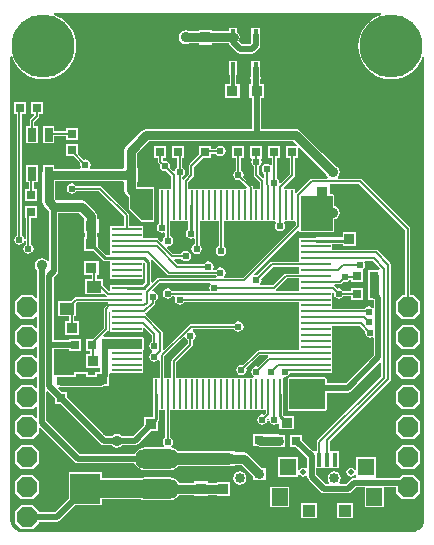
<source format=gtl>
G04*
G04 #@! TF.GenerationSoftware,Altium Limited,Altium Designer,19.0.4 (130)*
G04*
G04 Layer_Physical_Order=1*
G04 Layer_Color=255*
%FSLAX25Y25*%
%MOIN*%
G70*
G01*
G75*
%ADD10C,0.01000*%
%ADD13C,0.00600*%
%ADD14C,0.00500*%
%ADD15C,0.00800*%
%ADD18R,0.03150X0.03150*%
%ADD19R,0.03000X0.03000*%
%ADD20R,0.01000X0.09843*%
%ADD21R,0.09843X0.01000*%
%ADD22R,0.03500X0.03800*%
%ADD23R,0.03800X0.03500*%
%ADD24R,0.03000X0.03000*%
G04:AMPARAMS|DCode=25|XSize=150mil|YSize=65mil|CornerRadius=0mil|HoleSize=0mil|Usage=FLASHONLY|Rotation=180.000|XOffset=0mil|YOffset=0mil|HoleType=Round|Shape=Octagon|*
%AMOCTAGOND25*
4,1,8,-0.07500,0.01625,-0.07500,-0.01625,-0.05875,-0.03250,0.05875,-0.03250,0.07500,-0.01625,0.07500,0.01625,0.05875,0.03250,-0.05875,0.03250,-0.07500,0.01625,0.0*
%
%ADD25OCTAGOND25*%

%ADD26O,0.15000X0.06500*%
%ADD27R,0.10000X0.10000*%
%ADD28R,0.01772X0.03937*%
%ADD29R,0.04331X0.03937*%
%ADD30R,0.05315X0.05906*%
%ADD31R,0.05512X0.05512*%
%ADD32R,0.01575X0.04724*%
%ADD33R,0.02756X0.04724*%
%ADD34R,0.05118X0.04134*%
%ADD55C,0.01968*%
%ADD58C,0.01200*%
%ADD59C,0.03000*%
%ADD60C,0.02000*%
%ADD61C,0.04000*%
%ADD62C,0.06000*%
%ADD63C,0.03347*%
%ADD64C,0.21000*%
%ADD65P,0.07360X8X22.5*%
%ADD66C,0.03600*%
%ADD67C,0.02400*%
%ADD68C,0.01800*%
G36*
X284590Y317494D02*
X282991Y316831D01*
X281514Y315927D01*
X280198Y314802D01*
X279073Y313486D01*
X278169Y312009D01*
X277506Y310410D01*
X277102Y308726D01*
X276966Y307000D01*
X277102Y305274D01*
X277506Y303590D01*
X278169Y301991D01*
X279073Y300514D01*
X280198Y299198D01*
X281514Y298073D01*
X282991Y297169D01*
X284590Y296506D01*
X286274Y296102D01*
X288000Y295966D01*
X289726Y296102D01*
X291410Y296506D01*
X293009Y297169D01*
X294486Y298073D01*
X295802Y299198D01*
X296927Y300514D01*
X297831Y301991D01*
X298494Y303590D01*
X298980Y303475D01*
Y149000D01*
X298983Y148989D01*
X298848Y147969D01*
X298450Y147008D01*
X297817Y146183D01*
X296992Y145550D01*
X296031Y145152D01*
X295011Y145017D01*
X295000Y145020D01*
X165000D01*
X164989Y145017D01*
X163969Y145152D01*
X163008Y145550D01*
X162183Y146183D01*
X161550Y147008D01*
X161152Y147969D01*
X161017Y148989D01*
X161020Y149000D01*
Y303475D01*
X161506Y303590D01*
X162169Y301991D01*
X163073Y300514D01*
X164198Y299198D01*
X165514Y298073D01*
X166991Y297169D01*
X168590Y296506D01*
X170274Y296102D01*
X172000Y295966D01*
X173726Y296102D01*
X175410Y296506D01*
X177009Y297169D01*
X178486Y298073D01*
X179802Y299198D01*
X180927Y300514D01*
X181831Y301991D01*
X182494Y303590D01*
X182898Y305274D01*
X183034Y307000D01*
X182898Y308726D01*
X182494Y310410D01*
X181831Y312009D01*
X180927Y313486D01*
X179802Y314802D01*
X178486Y315927D01*
X177009Y316831D01*
X175410Y317494D01*
X175525Y317981D01*
X284475D01*
X284590Y317494D01*
D02*
G37*
%LPC*%
G36*
X244126Y313173D02*
X241354D01*
Y311331D01*
X241327Y311290D01*
X241211Y310705D01*
Y307874D01*
X240866Y307529D01*
X238134D01*
X237007Y308656D01*
X237384Y309220D01*
X237539Y310000D01*
X237384Y310780D01*
X236942Y311442D01*
X236646Y311640D01*
Y313173D01*
X233874D01*
Y312039D01*
X228250D01*
Y312300D01*
X223750D01*
Y312039D01*
X220533D01*
X220342Y312167D01*
X219445Y312345D01*
X218547Y312167D01*
X217787Y311658D01*
X217278Y310897D01*
X217100Y310000D01*
X217278Y309103D01*
X217787Y308342D01*
X218547Y307833D01*
X219445Y307655D01*
X220342Y307833D01*
X220533Y307961D01*
X223750D01*
Y307500D01*
X228250D01*
Y307961D01*
X233786D01*
X233847Y307655D01*
X234178Y307159D01*
X236419Y304919D01*
X236915Y304587D01*
X237500Y304471D01*
X241500D01*
X242085Y304587D01*
X242581Y304919D01*
X243822Y306159D01*
X244153Y306655D01*
X244269Y307240D01*
Y310705D01*
X244153Y311290D01*
X244126Y311331D01*
Y313173D01*
D02*
G37*
G36*
X236646Y302150D02*
X233874D01*
Y297213D01*
X234138D01*
Y294250D01*
X232600D01*
Y289750D01*
X237400D01*
Y294250D01*
X236381D01*
Y297213D01*
X236646D01*
Y302150D01*
D02*
G37*
G36*
X244126D02*
X241354D01*
Y300307D01*
X241327Y300266D01*
X241211Y299681D01*
Y297271D01*
X241139Y297163D01*
X241007Y296500D01*
X241139Y295837D01*
X241211Y295729D01*
Y294250D01*
X240700D01*
Y289750D01*
X241571D01*
Y279389D01*
X237006D01*
X237006Y279389D01*
X236809Y279350D01*
X235006D01*
Y279339D01*
X206300D01*
X205520Y279184D01*
X204858Y278742D01*
X199658Y273542D01*
X199216Y272880D01*
X199061Y272100D01*
Y266250D01*
X198700D01*
Y266039D01*
X187670D01*
X187403Y266539D01*
X187601Y266837D01*
X187733Y267500D01*
X187601Y268163D01*
X187226Y268726D01*
X186663Y269101D01*
X186000Y269233D01*
X185516Y269137D01*
X183500Y271154D01*
Y274200D01*
X179500D01*
Y270200D01*
X182147D01*
X184363Y267984D01*
X184267Y267500D01*
X184399Y266837D01*
X184597Y266539D01*
X184330Y266039D01*
X175634D01*
Y267366D01*
X171878D01*
Y265293D01*
X171872Y265284D01*
X171717Y264504D01*
Y255244D01*
X171872Y254464D01*
X172314Y253802D01*
X173971Y252146D01*
Y235342D01*
X173471Y235191D01*
X173158Y235658D01*
X172397Y236167D01*
X171500Y236345D01*
X170603Y236167D01*
X169842Y235658D01*
X169333Y234897D01*
X169155Y234000D01*
X169333Y233103D01*
X169842Y232342D01*
X169971Y232256D01*
Y223033D01*
X169509Y222841D01*
X168450Y223900D01*
X164550D01*
X162600Y221950D01*
Y218050D01*
X164550Y216100D01*
X168450D01*
X169509Y217159D01*
X169971Y216967D01*
Y213033D01*
X169509Y212841D01*
X168450Y213900D01*
X164550D01*
X162600Y211950D01*
Y208050D01*
X164550Y206100D01*
X168450D01*
X169509Y207159D01*
X169971Y206967D01*
Y203033D01*
X169509Y202841D01*
X168450Y203900D01*
X164550D01*
X162600Y201950D01*
Y198050D01*
X164550Y196100D01*
X168450D01*
X169509Y197159D01*
X169971Y196967D01*
Y193033D01*
X169509Y192841D01*
X168450Y193900D01*
X164550D01*
X162600Y191950D01*
Y188050D01*
X164550Y186100D01*
X168450D01*
X169509Y187159D01*
X169971Y186967D01*
Y183033D01*
X169509Y182841D01*
X168450Y183900D01*
X164550D01*
X162600Y181950D01*
Y178050D01*
X164550Y176100D01*
X168450D01*
X170400Y178050D01*
Y179730D01*
X170900Y179937D01*
X182419Y168419D01*
X182915Y168087D01*
X183500Y167971D01*
X202325D01*
X202475Y167609D01*
X203076Y166825D01*
X203859Y166224D01*
X204771Y165847D01*
X205750Y165718D01*
X214250D01*
X215229Y165847D01*
X216141Y166224D01*
X216925Y166825D01*
X217021Y166951D01*
X233500D01*
X234249Y167100D01*
X235750D01*
Y167461D01*
X238055D01*
X241925Y163591D01*
Y162325D01*
X246075D01*
Y166475D01*
X244809D01*
X240342Y170942D01*
X239680Y171384D01*
X238900Y171539D01*
X235750D01*
Y171900D01*
X234249D01*
X233500Y172049D01*
X217021D01*
X216925Y172175D01*
X216141Y172776D01*
X215229Y173153D01*
X214784Y173212D01*
X214663Y173732D01*
X214726Y173774D01*
X215101Y174337D01*
X215233Y175000D01*
X215101Y175663D01*
X214726Y176226D01*
X214316Y176500D01*
Y185579D01*
X228315D01*
Y185579D01*
X232221D01*
Y185579D01*
X246235D01*
Y184817D01*
X245544Y184125D01*
X245000Y184233D01*
X244337Y184101D01*
X243774Y183726D01*
X243399Y183163D01*
X243267Y182500D01*
X243399Y181837D01*
X243774Y181274D01*
X244337Y180899D01*
X245000Y180767D01*
X245663Y180899D01*
X246226Y181274D01*
X246601Y181837D01*
X246733Y182500D01*
X246693Y182704D01*
X246997Y183030D01*
X247292Y182627D01*
X247267Y182500D01*
X247399Y181837D01*
X247774Y181274D01*
X248337Y180899D01*
X249000Y180767D01*
X249663Y180899D01*
X250200Y181257D01*
X250343Y181227D01*
X250700Y181084D01*
Y179250D01*
X255500D01*
Y183750D01*
X252303D01*
X251957Y184097D01*
Y191000D01*
X251937Y191098D01*
Y195987D01*
X251937Y196369D01*
X252123Y196811D01*
X252292Y196808D01*
X252500Y196767D01*
X253163Y196899D01*
X253726Y197274D01*
X254101Y197837D01*
X254145Y198058D01*
X257327D01*
Y197874D01*
X268169D01*
Y201811D01*
Y205748D01*
Y209685D01*
Y213806D01*
X277540D01*
X279363Y211984D01*
X279267Y211500D01*
X279399Y210837D01*
X279774Y210274D01*
X280337Y209899D01*
X281000Y209767D01*
X281663Y209899D01*
X281730Y209943D01*
X282171Y209707D01*
Y203834D01*
X272867Y194529D01*
X266541D01*
Y196000D01*
X266383Y196383D01*
X266000Y196541D01*
X254000D01*
X253617Y196383D01*
X253459Y196000D01*
Y186000D01*
X253617Y185617D01*
X254000Y185459D01*
X266000D01*
X266383Y185617D01*
X266541Y186000D01*
Y191471D01*
X273500D01*
X274085Y191587D01*
X274581Y191919D01*
X284220Y201557D01*
X284682Y201366D01*
Y196819D01*
X263392Y175528D01*
X263193Y175231D01*
X263123Y174879D01*
Y171962D01*
X262001D01*
X258300Y175663D01*
Y177500D01*
X254300D01*
Y173500D01*
X256137D01*
X259952Y169685D01*
Y166550D01*
X259453Y166282D01*
X259279Y166398D01*
X258700Y166513D01*
X258121Y166398D01*
X257630Y166070D01*
X257364Y165672D01*
X256905Y165739D01*
X256864Y165755D01*
Y169994D01*
X250352D01*
Y163482D01*
X256864D01*
Y164245D01*
X256905Y164261D01*
X257364Y164328D01*
X257630Y163930D01*
X258121Y163602D01*
X258700Y163487D01*
X259279Y163602D01*
X259453Y163718D01*
X259794Y163581D01*
X259964Y163458D01*
X260069Y162933D01*
X260401Y162437D01*
X264419Y158419D01*
X264915Y158087D01*
X265500Y157971D01*
X273500D01*
X274085Y158087D01*
X274581Y158419D01*
X276133Y159971D01*
X279190D01*
Y153206D01*
X285506D01*
Y159971D01*
X289600D01*
Y158050D01*
X291550Y156100D01*
X295450D01*
X297400Y158050D01*
Y161950D01*
X295450Y163900D01*
X291550D01*
X290679Y163029D01*
X282963D01*
X282848Y163482D01*
X282848Y163529D01*
Y169994D01*
X276336D01*
Y165755D01*
X276295Y165739D01*
X275836Y165672D01*
X275570Y166070D01*
X275079Y166398D01*
X274500Y166513D01*
X273921Y166398D01*
X273430Y166070D01*
X273102Y165579D01*
X272987Y165000D01*
X273102Y164421D01*
X273430Y163930D01*
X273921Y163602D01*
X274500Y163487D01*
X275079Y163602D01*
X275570Y163930D01*
X275836Y164328D01*
X276295Y164261D01*
X276336Y164245D01*
Y163529D01*
X276336Y163482D01*
X276222Y163029D01*
X275500D01*
X274915Y162913D01*
X274419Y162581D01*
X272867Y161029D01*
X270794D01*
X270631Y161529D01*
X271047Y162152D01*
X271216Y163000D01*
X271047Y163848D01*
X270567Y164567D01*
X269848Y165047D01*
X269000Y165216D01*
X268152Y165047D01*
X267433Y164567D01*
X266953Y163848D01*
X266784Y163000D01*
X266953Y162152D01*
X267369Y161529D01*
X267206Y161029D01*
X266133D01*
X263011Y164152D01*
Y166238D01*
X270446D01*
Y171962D01*
X267518D01*
Y175220D01*
X287649Y195351D01*
X287848Y195649D01*
X287918Y196000D01*
Y234000D01*
X287848Y234351D01*
X287649Y234649D01*
X283405Y238893D01*
X283107Y239092D01*
X282756Y239162D01*
X268169D01*
Y241161D01*
X271750D01*
Y240200D01*
X276250D01*
Y245000D01*
X271750D01*
Y243201D01*
X262748D01*
X262650Y243181D01*
X257327D01*
Y239213D01*
Y235123D01*
X248307D01*
X248307Y235123D01*
X247995Y235061D01*
X247730Y234884D01*
X247730Y234884D01*
X243484Y230637D01*
X243000Y230733D01*
X242493Y230632D01*
X242247Y231093D01*
X256813Y245659D01*
X257300Y245439D01*
X257327Y245374D01*
Y245118D01*
X257433D01*
X257433Y245117D01*
X257816Y244959D01*
X268500D01*
X268883Y245117D01*
X269041Y245500D01*
Y249263D01*
X269397Y249333D01*
X270158Y249842D01*
X270667Y250603D01*
X270845Y251500D01*
X270667Y252397D01*
X270158Y253158D01*
X269397Y253667D01*
X269041Y253737D01*
Y257000D01*
X268883Y257383D01*
X268500Y257541D01*
X267400D01*
Y260750D01*
X267400D01*
X267559Y261184D01*
X277162D01*
X292684Y245662D01*
Y223900D01*
X291550D01*
X289600Y221950D01*
Y218050D01*
X291550Y216100D01*
X295450D01*
X297400Y218050D01*
Y221950D01*
X295450Y223900D01*
X294316D01*
Y246000D01*
X294316Y246000D01*
X294254Y246312D01*
X294077Y246577D01*
X294077Y246577D01*
X278077Y262577D01*
X277812Y262754D01*
X277500Y262816D01*
X277500Y262816D01*
X270271D01*
X270119Y263316D01*
X270158Y263342D01*
X270667Y264103D01*
X270845Y265000D01*
X270667Y265897D01*
X270158Y266658D01*
X269397Y267167D01*
X269173Y267211D01*
X264942Y271442D01*
X264942Y271442D01*
X257592Y278792D01*
X257006Y279183D01*
Y279350D01*
X256347D01*
X256150Y279389D01*
X244629D01*
Y289750D01*
X245500D01*
Y294250D01*
X244269D01*
Y295729D01*
X244341Y295837D01*
X244474Y296500D01*
X244341Y297163D01*
X244269Y297271D01*
Y299681D01*
X244153Y300266D01*
X244126Y300307D01*
Y302150D01*
D02*
G37*
G36*
X175634Y280358D02*
X171878D01*
Y274634D01*
X175634D01*
Y277034D01*
X179506D01*
Y275850D01*
X183506D01*
Y279850D01*
X179506D01*
Y278666D01*
X175634D01*
Y280358D01*
D02*
G37*
G36*
X171850Y288494D02*
X167850D01*
Y284494D01*
X169034D01*
Y283944D01*
X167667Y282577D01*
X167490Y282312D01*
X167428Y282000D01*
X167428Y282000D01*
Y280358D01*
X166366D01*
Y274634D01*
X170122D01*
Y280358D01*
X169060D01*
Y281662D01*
X170427Y283029D01*
X170427Y283029D01*
X170604Y283294D01*
X170666Y283606D01*
X170666Y283606D01*
Y284494D01*
X171850D01*
Y288494D01*
D02*
G37*
G36*
X170122Y267366D02*
X166366D01*
Y261642D01*
X167184D01*
Y259300D01*
X166000D01*
Y255300D01*
X170000D01*
Y259300D01*
X168816D01*
Y261642D01*
X170122D01*
Y267366D01*
D02*
G37*
G36*
X166200Y288500D02*
X162200D01*
Y284500D01*
X163184D01*
Y244000D01*
X162774Y243726D01*
X162399Y243163D01*
X162267Y242500D01*
X162399Y241837D01*
X162774Y241274D01*
X163337Y240899D01*
X164000Y240767D01*
X164663Y240899D01*
X165226Y241274D01*
X165584Y241810D01*
X165601Y241837D01*
X165732Y242249D01*
X165735Y242249D01*
X166184Y242126D01*
Y241000D01*
X165774Y240726D01*
X165399Y240163D01*
X165267Y239500D01*
X165399Y238837D01*
X165774Y238274D01*
X166337Y237899D01*
X167000Y237767D01*
X167663Y237899D01*
X168226Y238274D01*
X168601Y238837D01*
X168733Y239500D01*
X168601Y240163D01*
X168226Y240726D01*
X167816Y241000D01*
Y249650D01*
X169994D01*
Y253650D01*
X165994D01*
Y249650D01*
X166184D01*
Y242874D01*
X165735Y242751D01*
X165732Y242751D01*
X165601Y243163D01*
X165584Y243190D01*
X165226Y243726D01*
X164816Y244000D01*
Y284500D01*
X166200D01*
Y288500D01*
D02*
G37*
G36*
X295450Y213900D02*
X291550D01*
X289600Y211950D01*
Y208050D01*
X291550Y206100D01*
X295450D01*
X297400Y208050D01*
Y211950D01*
X295450Y213900D01*
D02*
G37*
G36*
Y203900D02*
X291550D01*
X289600Y201950D01*
Y198050D01*
X291550Y196100D01*
X295450D01*
X297400Y198050D01*
Y201950D01*
X295450Y203900D01*
D02*
G37*
G36*
Y193900D02*
X291550D01*
X289600Y191950D01*
Y188050D01*
X291550Y186100D01*
X295450D01*
X297400Y188050D01*
Y191950D01*
X295450Y193900D01*
D02*
G37*
G36*
Y183900D02*
X291550D01*
X289600Y181950D01*
Y178050D01*
X291550Y176100D01*
X295450D01*
X297400Y178050D01*
Y181950D01*
X295450Y183900D01*
D02*
G37*
G36*
X246075Y177675D02*
X241925D01*
Y173525D01*
X243802D01*
X244094Y173467D01*
X250650D01*
X250847Y173506D01*
X252650D01*
Y175309D01*
X252689Y175506D01*
X252650Y175703D01*
Y177506D01*
X250847D01*
X250650Y177546D01*
X246075D01*
Y177675D01*
D02*
G37*
G36*
X295450Y173900D02*
X291550D01*
X289600Y171950D01*
Y168050D01*
X291550Y166100D01*
X295450D01*
X297400Y168050D01*
Y171950D01*
X295450Y173900D01*
D02*
G37*
G36*
X168450D02*
X164550D01*
X162600Y171950D01*
Y168050D01*
X164550Y166100D01*
X168450D01*
X170400Y168050D01*
Y171950D01*
X168450Y173900D01*
D02*
G37*
G36*
X237504Y165216D02*
X236656Y165047D01*
X235937Y164567D01*
X235457Y163848D01*
X235288Y163000D01*
X235457Y162152D01*
X235937Y161433D01*
X236656Y160953D01*
X237504Y160784D01*
X238352Y160953D01*
X239071Y161433D01*
X239551Y162152D01*
X239720Y163000D01*
X239551Y163848D01*
X239071Y164567D01*
X238352Y165047D01*
X237504Y165216D01*
D02*
G37*
G36*
X191500Y165000D02*
X180500D01*
Y156163D01*
X175866Y151529D01*
X170400D01*
Y151950D01*
X168450Y153900D01*
X164550D01*
X162600Y151950D01*
Y148050D01*
X164550Y146100D01*
X168450D01*
X170400Y148050D01*
Y148471D01*
X176500D01*
X177085Y148587D01*
X177582Y148919D01*
X182663Y154000D01*
X191500D01*
Y155970D01*
X204474D01*
X204771Y155847D01*
X205750Y155718D01*
X214250D01*
X215229Y155847D01*
X216141Y156224D01*
X216925Y156825D01*
X217336Y157361D01*
X222250D01*
Y157100D01*
X226750D01*
Y157361D01*
X229750D01*
Y157000D01*
X234250D01*
Y161800D01*
X229750D01*
Y161439D01*
X226750D01*
Y161900D01*
X222250D01*
Y161439D01*
X217489D01*
X216925Y162174D01*
X216141Y162776D01*
X215229Y163154D01*
X214250Y163282D01*
X205750D01*
X204771Y163154D01*
X204474Y163030D01*
X191500D01*
Y165000D01*
D02*
G37*
G36*
X168450Y163900D02*
X164550D01*
X162600Y161950D01*
Y158050D01*
X164550Y156100D01*
X168450D01*
X170400Y158050D01*
Y161950D01*
X168450Y163900D01*
D02*
G37*
G36*
X254010Y160112D02*
X247694D01*
Y153206D01*
X254010D01*
Y160112D01*
D02*
G37*
G36*
X275171Y154639D02*
X269840D01*
Y149702D01*
X275171D01*
Y154639D01*
D02*
G37*
G36*
X263360D02*
X258029D01*
Y149702D01*
X263360D01*
Y154639D01*
D02*
G37*
%LPD*%
G36*
X262058Y268558D02*
X262058Y268558D01*
X266289Y264327D01*
X266333Y264103D01*
X266842Y263342D01*
X266881Y263316D01*
X266729Y262816D01*
X261500D01*
X261500Y262816D01*
X261188Y262754D01*
X260923Y262577D01*
X256423Y258077D01*
X256374Y258003D01*
X255874Y258155D01*
Y259413D01*
X252274D01*
X252067Y259913D01*
X255577Y263423D01*
X255753Y263688D01*
X255816Y264000D01*
X255816Y264000D01*
Y269700D01*
X257000D01*
Y272963D01*
X257462Y273154D01*
X262058Y268558D01*
D02*
G37*
G36*
X256454Y274162D02*
X256263Y273700D01*
X253000D01*
Y269700D01*
X254184D01*
Y264338D01*
X251178Y261332D01*
X250878Y261438D01*
X250692Y261552D01*
X250570Y262163D01*
X250194Y262726D01*
X249816Y262979D01*
Y269700D01*
X251000D01*
Y273700D01*
X247000D01*
Y269700D01*
X248184D01*
Y267439D01*
X247887Y267301D01*
X247684Y267253D01*
X247163Y267601D01*
X246500Y267733D01*
X245837Y267601D01*
X245274Y267226D01*
X244899Y266663D01*
X244767Y266000D01*
X244899Y265337D01*
X245274Y264774D01*
X245684Y264500D01*
Y263176D01*
X245184Y262969D01*
X243816Y264338D01*
Y267000D01*
X244226Y267274D01*
X244601Y267837D01*
X244733Y268500D01*
X244601Y269163D01*
X244537Y269259D01*
X244773Y269700D01*
X245000D01*
Y273700D01*
X241000D01*
Y269700D01*
X241227D01*
X241463Y269259D01*
X241399Y269163D01*
X241267Y268500D01*
X241399Y267837D01*
X241774Y267274D01*
X242184Y267001D01*
Y264000D01*
X242184Y264000D01*
X242246Y263688D01*
X242423Y263423D01*
X244216Y261631D01*
Y259413D01*
X241910D01*
Y259906D01*
X241910Y259906D01*
X241848Y260218D01*
X241671Y260482D01*
X238637Y263516D01*
X238733Y264000D01*
X238601Y264663D01*
X238226Y265226D01*
X237816Y265500D01*
Y269700D01*
X239000D01*
Y273700D01*
X235000D01*
Y269700D01*
X236184D01*
Y265500D01*
X235774Y265226D01*
X235399Y264663D01*
X235267Y264000D01*
X235399Y263337D01*
X235774Y262774D01*
X236337Y262399D01*
X237000Y262267D01*
X237484Y262363D01*
X239933Y259913D01*
X239726Y259413D01*
X220257D01*
Y261603D01*
X221947Y263294D01*
X221947Y263294D01*
X222124Y263558D01*
X222186Y263871D01*
Y266833D01*
X225154Y269800D01*
X228000D01*
Y271184D01*
X229500D01*
X229774Y270774D01*
X230337Y270399D01*
X231000Y270267D01*
X231663Y270399D01*
X232226Y270774D01*
X232601Y271337D01*
X232733Y272000D01*
X232601Y272663D01*
X232226Y273226D01*
X231663Y273601D01*
X231000Y273733D01*
X230337Y273601D01*
X229774Y273226D01*
X229500Y272816D01*
X228000D01*
Y273800D01*
X224000D01*
Y270953D01*
X220794Y267747D01*
X220617Y267483D01*
X220555Y267170D01*
X220555Y267170D01*
Y264208D01*
X218864Y262518D01*
X218788Y262404D01*
X218288Y262556D01*
Y263482D01*
X218726Y263774D01*
X219101Y264337D01*
X219233Y265000D01*
X219101Y265663D01*
X218726Y266226D01*
X218288Y266518D01*
Y269650D01*
X218994D01*
Y273650D01*
X214994D01*
Y269650D01*
X216657D01*
Y266481D01*
X216274Y266226D01*
X215899Y265663D01*
X215865Y265495D01*
X215323Y265331D01*
X214137Y266516D01*
X214233Y267000D01*
X214101Y267663D01*
X213726Y268226D01*
X213163Y268601D01*
X212500Y268733D01*
X212242Y268682D01*
X211809Y269054D01*
Y269650D01*
X212994D01*
Y273650D01*
X208994D01*
Y269650D01*
X210178D01*
Y268506D01*
X210178Y268506D01*
X210240Y268194D01*
X210417Y267930D01*
X210863Y267484D01*
X210767Y267000D01*
X210899Y266337D01*
X211274Y265774D01*
X211837Y265399D01*
X212500Y265267D01*
X212984Y265363D01*
X214688Y263658D01*
Y259413D01*
X210567D01*
Y248571D01*
X210720D01*
Y248000D01*
X210310Y247726D01*
X209934Y247163D01*
X209802Y246500D01*
X209934Y245837D01*
X210310Y245274D01*
X210872Y244899D01*
X211535Y244767D01*
X212199Y244899D01*
X212279Y244952D01*
X212720Y244716D01*
Y243535D01*
X212310Y243261D01*
X211934Y242699D01*
X211806Y242055D01*
X211723Y241999D01*
X211336Y241818D01*
X210396Y242758D01*
X210131Y242935D01*
X209819Y242997D01*
X209819Y242997D01*
X205177D01*
Y247118D01*
X200572D01*
Y250744D01*
X200572Y250744D01*
X200510Y251056D01*
X200333Y251321D01*
X191577Y260077D01*
X191312Y260254D01*
X191000Y260316D01*
X191000Y260316D01*
X183000D01*
X182726Y260726D01*
X182163Y261101D01*
X181500Y261233D01*
X180837Y261101D01*
X180274Y260726D01*
X179899Y260163D01*
X179767Y259500D01*
X179899Y258837D01*
X180274Y258274D01*
X180837Y257899D01*
X181500Y257767D01*
X182163Y257899D01*
X182726Y258274D01*
X183000Y258684D01*
X190662D01*
X198940Y250406D01*
Y247118D01*
X194335D01*
Y245118D01*
Y241181D01*
Y237295D01*
X193047D01*
X190300Y240042D01*
Y243250D01*
X189939D01*
Y244750D01*
X190400D01*
Y249250D01*
X189939D01*
Y250360D01*
X189939Y250360D01*
X189784Y251140D01*
X189342Y251802D01*
X186202Y254942D01*
X185540Y255384D01*
X184760Y255539D01*
X176345D01*
X175795Y256089D01*
Y261961D01*
X198700D01*
Y261750D01*
X199061D01*
Y258900D01*
X199216Y258120D01*
X199658Y257458D01*
X200459Y256657D01*
Y253000D01*
X200617Y252617D01*
X200617Y252617D01*
X204617Y248617D01*
X205000Y248459D01*
X205000Y248459D01*
X208500D01*
X208883Y248617D01*
X209041Y249000D01*
Y259500D01*
X208883Y259883D01*
X208500Y260041D01*
X203139D01*
Y261750D01*
X203500D01*
Y266250D01*
X203139D01*
Y271255D01*
X207145Y275261D01*
X236956D01*
X237208Y275311D01*
X255305D01*
X256454Y274162D01*
D02*
G37*
G36*
X208500Y249000D02*
X205000D01*
X201000Y253000D01*
Y259500D01*
X208500D01*
Y249000D01*
D02*
G37*
G36*
X268500Y245500D02*
X257816D01*
Y257000D01*
X268500D01*
Y245500D01*
D02*
G37*
G36*
X255874Y248571D02*
X256184Y248199D01*
Y247338D01*
X238662Y229816D01*
X232439D01*
X232301Y230113D01*
X232253Y230316D01*
X232601Y230837D01*
X232733Y231500D01*
X232601Y232163D01*
X232226Y232726D01*
X231663Y233101D01*
X231000Y233233D01*
X230337Y233101D01*
X229774Y232726D01*
X229500Y232316D01*
X228831D01*
X228595Y232757D01*
X228649Y232837D01*
X228781Y233500D01*
X228649Y234163D01*
X228273Y234726D01*
X227711Y235101D01*
X227047Y235233D01*
X226384Y235101D01*
X225822Y234726D01*
X225548Y234316D01*
X217051D01*
X215644Y235722D01*
X215835Y236184D01*
X218000D01*
X218274Y235774D01*
X218837Y235399D01*
X219500Y235267D01*
X220163Y235399D01*
X220726Y235774D01*
X221101Y236337D01*
X221233Y237000D01*
X221101Y237663D01*
X220726Y238226D01*
X220163Y238601D01*
X219500Y238733D01*
X218837Y238601D01*
X218274Y238226D01*
X218000Y237816D01*
X215338D01*
X213318Y239836D01*
X213498Y240223D01*
X213555Y240306D01*
X214199Y240434D01*
X214761Y240810D01*
X215137Y241372D01*
X215269Y242035D01*
X215137Y242699D01*
X214761Y243261D01*
X214351Y243535D01*
Y248571D01*
X220384D01*
Y246000D01*
X219974Y245726D01*
X219599Y245163D01*
X219467Y244500D01*
X219599Y243837D01*
X219974Y243274D01*
X220537Y242899D01*
X221200Y242767D01*
X221863Y242899D01*
X222062Y243032D01*
X222562Y242764D01*
Y241014D01*
X222447Y240991D01*
X221885Y240615D01*
X221509Y240053D01*
X221377Y239390D01*
X221509Y238726D01*
X221885Y238164D01*
X222447Y237788D01*
X223110Y237656D01*
X223774Y237788D01*
X224336Y238164D01*
X224712Y238726D01*
X224844Y239390D01*
X224712Y240053D01*
X224336Y240615D01*
X224194Y240710D01*
Y248571D01*
X230436D01*
Y240248D01*
X230026Y239974D01*
X229651Y239411D01*
X229519Y238748D01*
X229651Y238085D01*
X230026Y237522D01*
X230589Y237147D01*
X231252Y237015D01*
X231915Y237147D01*
X232478Y237522D01*
X232853Y238085D01*
X232985Y238748D01*
X232853Y239411D01*
X232478Y239974D01*
X232068Y240248D01*
Y248571D01*
X249302D01*
X249566Y248071D01*
X249336Y247726D01*
X249204Y247063D01*
X249336Y246400D01*
X249711Y245837D01*
X250274Y245462D01*
X250937Y245330D01*
X251600Y245462D01*
X252163Y245837D01*
X252538Y246400D01*
X252670Y247063D01*
X252538Y247726D01*
X252308Y248071D01*
X252572Y248571D01*
X255874D01*
D02*
G37*
G36*
X284109Y232994D02*
X283902Y232494D01*
X282547D01*
X282350Y232533D01*
X282153Y232494D01*
X280350D01*
Y230691D01*
X280311Y230494D01*
Y227500D01*
Y224494D01*
X280350Y224297D01*
Y222494D01*
X282153D01*
X282171Y222490D01*
Y219960D01*
X281915Y219825D01*
X281671Y219762D01*
X281163Y220101D01*
X280500Y220233D01*
X279837Y220101D01*
X279274Y219726D01*
X279040Y219375D01*
X268169D01*
Y221528D01*
X268169D01*
Y224567D01*
X268669Y224803D01*
X268805Y224692D01*
X268767Y224500D01*
X268899Y223837D01*
X269274Y223274D01*
X269837Y222899D01*
X270500Y222767D01*
X271163Y222899D01*
X271726Y223274D01*
X272000Y223684D01*
X274700D01*
Y222500D01*
X278700D01*
Y226500D01*
X274700D01*
Y225316D01*
X272000D01*
X271726Y225726D01*
X271163Y226101D01*
X270500Y226233D01*
X270016Y226137D01*
X269144Y227010D01*
X269030Y227086D01*
X269181Y227586D01*
X270901D01*
X270902Y227586D01*
X271214Y227648D01*
X271478Y227825D01*
X272016Y228363D01*
X272500Y228267D01*
X273163Y228399D01*
X273726Y228774D01*
X274000Y229184D01*
X274700D01*
Y228500D01*
X278700D01*
Y232500D01*
X278700Y232500D01*
X278838Y232943D01*
X279101Y233337D01*
X279233Y234000D01*
X279101Y234663D01*
X278971Y234858D01*
X279239Y235358D01*
X281744D01*
X284109Y232994D01*
D02*
G37*
G36*
X257327Y231186D02*
X252870D01*
X252870Y231186D01*
X252558Y231124D01*
X252293Y230947D01*
X248662Y227316D01*
X244439D01*
X244301Y227613D01*
X244253Y227816D01*
X244601Y228337D01*
X244733Y229000D01*
X244637Y229484D01*
X248645Y233491D01*
X257327D01*
Y231186D01*
D02*
G37*
G36*
X213166Y230923D02*
X213166Y230923D01*
X213430Y230746D01*
X213742Y230684D01*
X213742Y230684D01*
X229443D01*
X229739Y230283D01*
X229699Y230113D01*
X229561Y229816D01*
X210500D01*
X210188Y229754D01*
X209923Y229577D01*
X209923Y229577D01*
X208520Y228173D01*
X208020Y228380D01*
Y235000D01*
X207942Y235390D01*
X207842Y235540D01*
X208230Y235859D01*
X213166Y230923D01*
D02*
G37*
G36*
X185626Y249750D02*
X185600Y249250D01*
X185600D01*
Y244750D01*
X185861D01*
Y243250D01*
X185500D01*
Y238750D01*
X188708D01*
X191903Y235555D01*
X192234Y235334D01*
X192624Y235256D01*
X194335D01*
Y233307D01*
Y229370D01*
X205177D01*
Y231339D01*
Y234640D01*
X205614Y234827D01*
X205980Y234531D01*
Y228422D01*
X205011Y227453D01*
X199756D01*
X199657Y227433D01*
X194335D01*
Y225374D01*
X193835Y225319D01*
X192059Y227095D01*
Y229350D01*
X189816D01*
Y230750D01*
X190400D01*
Y235250D01*
X185600D01*
Y230750D01*
X188184D01*
Y229350D01*
X185941D01*
Y224217D01*
X192059D01*
Y224217D01*
X192463Y224384D01*
X192959Y223888D01*
X193072Y223812D01*
X192921Y223312D01*
X182941D01*
X182629Y223250D01*
X182364Y223073D01*
X182364Y223073D01*
X181358Y222067D01*
X176886D01*
Y216933D01*
X180684D01*
Y215250D01*
X179100D01*
Y210750D01*
X183900D01*
Y215250D01*
X182316D01*
Y216933D01*
X183004D01*
Y221406D01*
X183279Y221680D01*
X193413D01*
X193565Y221180D01*
X193451Y221104D01*
X192423Y220077D01*
X192246Y219812D01*
X192184Y219500D01*
X192184Y219500D01*
Y213036D01*
X188642Y209494D01*
X186350D01*
Y205494D01*
X187684D01*
Y204250D01*
X186100D01*
Y199750D01*
X190900D01*
X190971Y199279D01*
Y198400D01*
X189250D01*
Y197339D01*
X186750D01*
Y198400D01*
X182250D01*
Y197339D01*
X178000D01*
X177803Y197300D01*
X176000D01*
Y197300D01*
X175529Y197371D01*
Y205971D01*
X180700D01*
Y205500D01*
X184700D01*
Y209500D01*
X180700D01*
Y209029D01*
X175529D01*
Y229867D01*
X176582Y230919D01*
X176913Y231415D01*
X177029Y232000D01*
Y251461D01*
X183915D01*
X185626Y249750D01*
D02*
G37*
G36*
X257327Y225465D02*
X257327D01*
Y225316D01*
X249515D01*
X249416Y225816D01*
X249577Y225923D01*
X253208Y229554D01*
X257327D01*
Y225465D01*
D02*
G37*
G36*
X227699Y227887D02*
X227747Y227684D01*
X227399Y227163D01*
X227267Y226500D01*
X227399Y225837D01*
X227452Y225757D01*
X227216Y225316D01*
X215000D01*
X214726Y225726D01*
X214163Y226101D01*
X213500Y226233D01*
X212837Y226101D01*
X212274Y225726D01*
X211899Y225163D01*
X211767Y224500D01*
X211899Y223837D01*
X212274Y223274D01*
X212837Y222899D01*
X213500Y222767D01*
X214163Y222899D01*
X214726Y223274D01*
X215000Y223684D01*
X215716D01*
X215952Y223243D01*
X215899Y223163D01*
X215767Y222500D01*
X215899Y221837D01*
X216274Y221274D01*
X216837Y220899D01*
X217500Y220767D01*
X218163Y220899D01*
X218726Y221274D01*
X218997Y221680D01*
X257327D01*
Y221496D01*
X257327D01*
Y217559D01*
Y213622D01*
Y209685D01*
Y205544D01*
X243779D01*
X243487Y205486D01*
X243239Y205320D01*
X238544Y200625D01*
X238000Y200733D01*
X237337Y200601D01*
X236774Y200226D01*
X236399Y199663D01*
X236267Y199000D01*
X236399Y198337D01*
X236774Y197774D01*
X237337Y197399D01*
X238000Y197267D01*
X238663Y197399D01*
X239226Y197774D01*
X239601Y198337D01*
X239733Y199000D01*
X239625Y199544D01*
X244096Y204015D01*
X246956D01*
X247018Y203518D01*
X246770Y203352D01*
X243544Y200125D01*
X243000Y200233D01*
X242337Y200101D01*
X241774Y199726D01*
X241399Y199163D01*
X241267Y198500D01*
X241399Y197837D01*
X241774Y197274D01*
X242303Y196921D01*
X242308Y196885D01*
X242012Y196421D01*
X232252D01*
Y196421D01*
X228284D01*
Y196421D01*
X216320D01*
Y201666D01*
X221577Y206923D01*
X221577Y206923D01*
X221754Y207188D01*
X221816Y207500D01*
Y209000D01*
X222226Y209274D01*
X222601Y209837D01*
X222733Y210500D01*
X222601Y211163D01*
X222226Y211726D01*
X221962Y211902D01*
X221816Y212536D01*
X221821Y212551D01*
X221920Y212684D01*
X235500D01*
X235774Y212274D01*
X236337Y211899D01*
X237000Y211767D01*
X237663Y211899D01*
X238226Y212274D01*
X238601Y212837D01*
X238733Y213500D01*
X238601Y214163D01*
X238226Y214726D01*
X237663Y215101D01*
X237000Y215233D01*
X236337Y215101D01*
X235774Y214726D01*
X235500Y214316D01*
X221172D01*
X220859Y214254D01*
X220595Y214077D01*
X220595Y214077D01*
X212316Y205798D01*
X211816Y206005D01*
Y211500D01*
X211816Y211500D01*
X211754Y211812D01*
X211577Y212077D01*
X206486Y217167D01*
X206222Y217344D01*
X206071Y217374D01*
X206008Y217897D01*
X206136Y217982D01*
X209077Y220923D01*
X209077Y220923D01*
X209254Y221188D01*
X209316Y221500D01*
X209316Y221500D01*
Y222000D01*
X209726Y222274D01*
X210101Y222837D01*
X210233Y223500D01*
X210101Y224163D01*
X209726Y224726D01*
X209163Y225101D01*
X208578Y225218D01*
X208438Y225465D01*
X208371Y225717D01*
X210838Y228184D01*
X227561D01*
X227699Y227887D01*
D02*
G37*
G36*
X205000Y206000D02*
X191500D01*
Y206500D01*
Y209500D01*
X205000D01*
Y206000D01*
D02*
G37*
G36*
X219380Y209931D02*
X219399Y209837D01*
X219774Y209274D01*
X220184Y209000D01*
Y207838D01*
X214927Y202581D01*
X214750Y202316D01*
X214688Y202004D01*
X214688Y202004D01*
Y196421D01*
X212383D01*
Y203557D01*
X218901Y210076D01*
X219380Y209931D01*
D02*
G37*
G36*
X194335Y218393D02*
Y215591D01*
Y211653D01*
X205177D01*
Y212962D01*
X205677Y213169D01*
X208184Y210662D01*
Y208500D01*
X207774Y208226D01*
X207399Y207663D01*
X207267Y207000D01*
X207399Y206337D01*
X207774Y205774D01*
X208136Y205533D01*
Y204967D01*
X207774Y204726D01*
X207399Y204163D01*
X207267Y203500D01*
X207399Y202837D01*
X207774Y202274D01*
X208337Y201899D01*
X209000Y201767D01*
X209663Y201899D01*
X210226Y202274D01*
X210251Y202313D01*
X210751Y202161D01*
Y196421D01*
X208598D01*
Y191098D01*
X208579Y191000D01*
Y183250D01*
X205500D01*
Y180763D01*
X201766Y177029D01*
X198244D01*
X198158Y177158D01*
X197397Y177667D01*
X196500Y177845D01*
X195603Y177667D01*
X194842Y177158D01*
X194756Y177029D01*
X192777D01*
X179994Y189813D01*
Y191650D01*
X178156D01*
X176968Y192838D01*
X177160Y193300D01*
X177803D01*
X178000Y193261D01*
X190800D01*
X191580Y193416D01*
X191856Y193600D01*
X193750D01*
Y196171D01*
X193913Y196415D01*
X194029Y197000D01*
Y197501D01*
X194335Y197874D01*
X205177D01*
Y201811D01*
Y205532D01*
X205383Y205617D01*
X205541Y206000D01*
Y209500D01*
X205383Y209883D01*
X205000Y210041D01*
X192203D01*
X191996Y210541D01*
X193577Y212122D01*
X193577Y212122D01*
X193754Y212386D01*
X193816Y212699D01*
X193816Y212699D01*
Y218648D01*
X193835Y218660D01*
X194335Y218393D01*
D02*
G37*
G36*
X266000Y186000D02*
X254000D01*
Y196000D01*
X266000D01*
Y186000D01*
D02*
G37*
G36*
X175994Y189487D02*
Y187650D01*
X177831D01*
X191062Y174419D01*
X191558Y174087D01*
X192144Y173971D01*
X194756D01*
X194842Y173842D01*
X195603Y173333D01*
X196500Y173155D01*
X197397Y173333D01*
X198158Y173842D01*
X198244Y173971D01*
X202400D01*
X202985Y174087D01*
X203481Y174419D01*
X207813Y178750D01*
X210300D01*
Y181958D01*
X210319Y181977D01*
X210540Y182308D01*
X210618Y182698D01*
Y185579D01*
X212684D01*
Y176500D01*
X212274Y176226D01*
X211899Y175663D01*
X211767Y175000D01*
X211899Y174337D01*
X212274Y173774D01*
X212111Y173282D01*
X205750D01*
X204771Y173153D01*
X203859Y172776D01*
X203076Y172175D01*
X202475Y171391D01*
X202325Y171029D01*
X184134D01*
X173029Y182133D01*
Y191798D01*
X173491Y191989D01*
X175994Y189487D01*
D02*
G37*
D10*
X181000Y237050D02*
X189729D01*
X250000Y304000D02*
Y311500D01*
Y292000D02*
Y304000D01*
X226000Y303000D02*
X227000Y304000D01*
X250000D01*
X223600Y287500D02*
X228100Y292000D01*
X212500Y287500D02*
X223600D01*
X226000Y294100D02*
Y303000D01*
Y294100D02*
X228100Y292000D01*
X240500Y314500D02*
X247000D01*
X239000Y313000D02*
X240500Y314500D01*
X239000Y310705D02*
Y313000D01*
X247000Y314500D02*
X250000Y311500D01*
X244000Y146500D02*
X290000D01*
X232000Y200000D02*
Y207000D01*
X228000Y211000D02*
X232000Y207000D01*
X262748Y242181D02*
X273581D01*
X253100Y181500D02*
Y181511D01*
X250937Y183674D02*
X253100Y181511D01*
X250937Y183674D02*
Y191000D01*
X254874D02*
X260100D01*
X262748Y256248D02*
X265000Y258500D01*
X273581Y242181D02*
X274000Y242600D01*
X207900Y181000D02*
X209598Y182698D01*
Y191000D01*
X192624Y236276D02*
X199756D01*
X187900Y241000D02*
X192624Y236276D01*
X260100Y191000D02*
X262772Y188328D01*
X265000Y252000D02*
Y258500D01*
X262748Y246118D02*
Y256248D01*
X271900Y258500D02*
X274000Y256400D01*
Y249500D02*
X286500Y237000D01*
X291500D01*
X274000Y249500D02*
Y256400D01*
X268650Y244150D02*
X274000Y249500D01*
X262748Y244150D02*
X268650D01*
X229850Y266150D02*
X231500Y264500D01*
X225994Y266150D02*
X229850D01*
X209598Y253992D02*
Y262402D01*
X273000Y188000D02*
X274500Y189500D01*
X270000Y188000D02*
X273000D01*
X254000Y184500D02*
X257000D01*
X252906Y185594D02*
Y191000D01*
X263500Y181500D02*
X270000Y188000D01*
X257000Y184500D02*
X260000Y181500D01*
X252906Y185594D02*
X254000Y184500D01*
X271718Y175218D02*
X277500Y181000D01*
X271718Y169100D02*
Y175218D01*
X290000Y146500D02*
X293500Y150000D01*
X260000Y181500D02*
X263500D01*
X233500Y176400D02*
X239400D01*
X232000Y152500D02*
X235500D01*
X244000Y146500D02*
Y151500D01*
X235500Y152500D02*
X241500Y146500D01*
X244000D01*
X226000Y176400D02*
X233500D01*
X224600Y152500D02*
X232000D01*
X224500Y152600D02*
X224600Y152500D01*
X221400Y149500D02*
X224500Y152600D01*
X210000Y149500D02*
X221400D01*
X206000Y270500D02*
X208000Y268500D01*
Y264000D02*
X209598Y262402D01*
X208000Y264000D02*
Y268500D01*
X192500Y230500D02*
Y234279D01*
X189729Y237050D02*
X192500Y234279D01*
X194598Y228402D02*
X199756D01*
Y210685D02*
X205315D01*
X206500Y209500D01*
X207630Y191000D02*
Y198259D01*
X192500Y230500D02*
X194598Y228402D01*
X205630Y193000D02*
X207630Y191000D01*
X204500Y193000D02*
X205630D01*
X201000Y184370D02*
X207630Y191000D01*
X201000Y181000D02*
Y184370D01*
X199600Y181000D02*
X201000D01*
X191500Y189100D02*
X199600Y181000D01*
X195500D02*
X199600D01*
X193000Y178500D02*
X195500Y181000D01*
X188000Y219500D02*
X189000D01*
X185000Y216500D02*
X188000Y219500D01*
X185500Y210100D02*
X188400Y213000D01*
X185500Y204500D02*
Y210100D01*
X183000Y202000D02*
X185500Y204500D01*
X181600Y202000D02*
X183000D01*
X184500Y189100D02*
X191500D01*
X207000Y228000D02*
Y235000D01*
X205724Y236276D02*
X207000Y235000D01*
X199756Y236276D02*
X205724D01*
X199756Y226433D02*
X205433D01*
X207000Y228000D01*
X206500Y199389D02*
X207630Y198259D01*
X206500Y199389D02*
Y209500D01*
D13*
X167000Y250656D02*
X167994Y251650D01*
X167000Y239500D02*
Y250656D01*
X223378Y239657D02*
Y253992D01*
X223110Y239390D02*
X223378Y239657D01*
X277878Y214622D02*
X281000Y211500D01*
X262748Y214622D02*
X277878D01*
X278909Y216591D02*
X280500Y215000D01*
X262748Y216591D02*
X278909D01*
X262748Y218559D02*
X280441D01*
X280500Y218500D01*
X272000Y234000D02*
X277500D01*
X276200Y230000D02*
X276700Y230500D01*
X272500Y230000D02*
X276200D01*
X270902Y228402D02*
X272500Y230000D01*
X213500Y175000D02*
Y190965D01*
X213535Y191000D01*
X270339Y232339D02*
X272000Y234000D01*
X268567Y226433D02*
X270500Y224500D01*
X276700D01*
X262748Y232339D02*
X270339D01*
X277500Y262000D02*
X293500Y246000D01*
X257000Y257500D02*
X261500Y262000D01*
X277500D01*
X188000Y233000D02*
X189000Y232000D01*
Y226783D02*
Y232000D01*
X179945Y219500D02*
X181500Y217945D01*
Y213000D02*
Y217945D01*
X194028Y220528D02*
X199756D01*
X193000Y219500D02*
X194028Y220528D01*
X188350Y207494D02*
X188500Y207344D01*
Y202000D02*
Y207344D01*
X254500Y271200D02*
X255000Y271700D01*
X248969Y271669D02*
X249000Y271700D01*
X250937Y247063D02*
Y253992D01*
Y259937D01*
X277200Y230500D02*
X277200Y230500D01*
X262748Y226433D02*
X268567D01*
X277200Y224500D02*
X277200Y224500D01*
X245031Y253992D02*
Y261968D01*
X243000Y264000D02*
X245031Y261968D01*
X243000Y264000D02*
X243000Y264000D01*
Y268500D01*
X246969Y254024D02*
X247000Y253992D01*
X246500Y260968D02*
Y266000D01*
Y260968D02*
X246969Y260500D01*
Y254024D02*
Y260500D01*
X248969Y253992D02*
Y261500D01*
X249000Y261531D01*
Y271700D01*
X255000Y264000D02*
Y271700D01*
X250937Y259937D02*
X255000Y264000D01*
X237000Y264000D02*
Y271700D01*
X241094Y253992D02*
Y259906D01*
X237000Y264000D02*
X241094Y259906D01*
X243000Y268500D02*
Y271700D01*
X243000Y271700D02*
X243000Y271700D01*
X243000Y264000D02*
Y268500D01*
X199756Y218559D02*
X205559D01*
X208500Y221500D01*
X168000Y257300D02*
Y264260D01*
X168244Y264504D01*
X207630Y253992D02*
Y257470D01*
X276700Y224500D02*
X276700Y224500D01*
X276700Y224500D02*
X277200D01*
X276700Y230500D02*
X277200D01*
X179945Y219500D02*
X182941Y222496D01*
X199756D01*
X262748Y228402D02*
X270902D01*
X199756Y246118D02*
Y250744D01*
Y220528D02*
X205528D01*
X206500Y221500D01*
X293500Y220000D02*
Y246000D01*
X181500Y272000D02*
Y272200D01*
Y272000D02*
X186000Y267500D01*
X174110Y277850D02*
X181506D01*
X173756Y277496D02*
X174110Y277850D01*
X191000Y259500D02*
X199756Y250744D01*
X181500Y259500D02*
X191000D01*
X252874Y198874D02*
X262748D01*
X252500Y198500D02*
X252874Y198874D01*
X192500Y206748D02*
X199756D01*
X192545Y208045D02*
X193185Y208685D01*
X199724D02*
X199756Y208717D01*
X193185Y208685D02*
X199724D01*
X188350Y207494D02*
Y208049D01*
X193000Y212699D02*
Y219500D01*
X188350Y208049D02*
X193000Y212699D01*
X193535Y224465D02*
X199756D01*
X191217Y226783D02*
X193535Y224465D01*
X189000Y226783D02*
X191217D01*
X199756Y214622D02*
X205378D01*
X231252Y238748D02*
Y253992D01*
X199756Y240213D02*
X210000D01*
X211535Y253961D02*
X211567Y253992D01*
X208500Y221500D02*
Y223500D01*
X217500Y222500D02*
X217504Y222496D01*
X262748D01*
X199756Y216591D02*
X205909D01*
X205378Y214622D02*
X209000Y211000D01*
Y207000D02*
Y211000D01*
X215504Y191000D02*
Y202004D01*
X164000Y242500D02*
Y286300D01*
X168244Y277496D02*
Y282000D01*
X169850Y283606D01*
Y285994D01*
Y286494D01*
Y285994D02*
X170350Y286494D01*
X164000Y286300D02*
X164200Y286500D01*
X262713Y224500D02*
X262748Y224465D01*
X206500Y221500D02*
Y225000D01*
X213500Y224500D02*
X262713D01*
X252870Y230370D02*
X262748D01*
X229000Y226500D02*
X249000D01*
X252870Y230370D01*
X206500Y225000D02*
X210500Y229000D01*
X199756Y238244D02*
X206998D01*
X213742Y231500D02*
X231000D01*
X206998Y238244D02*
X213742Y231500D01*
X211535Y246500D02*
Y253961D01*
X199756Y242181D02*
X209819D01*
X215000Y237000D01*
X210000Y240213D02*
X216713Y233500D01*
X227047D01*
X215000Y237000D02*
X219500D01*
X213535Y242035D02*
Y253992D01*
X216994Y271650D02*
X217473Y271171D01*
X210994Y268506D02*
Y271650D01*
X215504Y253992D02*
Y263996D01*
X210994Y268506D02*
X212500Y267000D01*
X215504Y263996D01*
X219441Y253992D02*
Y261941D01*
X221371Y263871D01*
Y267170D02*
X226000Y271800D01*
X221371Y263871D02*
Y267170D01*
X225900Y271900D02*
X226000Y272000D01*
X231000D01*
X239000Y229000D02*
X257000Y247000D01*
Y257500D01*
X210500Y229000D02*
X239000D01*
X217473Y253992D02*
Y271171D01*
X243000Y229000D02*
X248307Y234307D01*
X262748D01*
X209000Y203500D02*
X211000Y205500D01*
Y211500D01*
X205909Y216591D02*
X211000Y211500D01*
X215504Y202004D02*
X221000Y207500D01*
Y210500D01*
X211567Y203895D02*
X221172Y213500D01*
X237000D01*
X211567Y191000D02*
Y203895D01*
X221410Y244910D02*
Y253992D01*
X221200Y253783D02*
X221410Y253992D01*
X221200Y244500D02*
Y244700D01*
Y253783D01*
Y244700D02*
X221410Y244910D01*
X221000Y244500D02*
X221200Y244700D01*
D14*
X245000Y182500D02*
X247000Y184500D01*
X238000Y199000D02*
X243779Y204780D01*
X262748D01*
X243000Y198500D02*
X247311Y202811D01*
X262748D01*
X248969Y182468D02*
X249000Y182500D01*
X247000Y184500D02*
Y191000D01*
X250342Y200842D02*
X262748D01*
X248000Y198500D02*
X250342Y200842D01*
X248969Y182468D02*
Y191000D01*
D15*
X262748Y236276D02*
X282124D01*
X262748Y238244D02*
X282756D01*
X266600Y169100D02*
Y175600D01*
X264041Y169100D02*
Y174879D01*
X282756Y238244D02*
X287000Y234000D01*
X266600Y175600D02*
X287000Y196000D01*
X282124Y236276D02*
X285600Y232800D01*
X264041Y174879D02*
X285600Y196439D01*
X287000Y196000D02*
Y234000D01*
X285600Y196439D02*
Y232800D01*
D18*
X244000Y175600D02*
D03*
X244000Y164400D02*
D03*
D19*
X217000Y277300D02*
D03*
X216994Y271650D02*
D03*
X211000Y277300D02*
D03*
X210994Y271650D02*
D03*
X178000Y195300D02*
D03*
X177994Y189650D02*
D03*
X168000Y257300D02*
D03*
X167994Y251650D02*
D03*
X181506Y277850D02*
D03*
X181500Y272200D02*
D03*
X225994Y266150D02*
D03*
X226000Y271800D02*
D03*
X255006Y277350D02*
D03*
X255000Y271700D02*
D03*
X249006Y277350D02*
D03*
X249000Y271700D02*
D03*
X243006Y277350D02*
D03*
X243000Y271700D02*
D03*
X237006Y277350D02*
D03*
X237000Y271700D02*
D03*
D20*
X207630Y253992D02*
D03*
X209598D02*
D03*
X211567D02*
D03*
X213535D02*
D03*
X215504D02*
D03*
X217473D02*
D03*
X219441D02*
D03*
X221410D02*
D03*
X223378D02*
D03*
X225346D02*
D03*
X227315D02*
D03*
X229283D02*
D03*
X231252D02*
D03*
X233221D02*
D03*
X235189D02*
D03*
X237158D02*
D03*
X239126D02*
D03*
X241094D02*
D03*
X243063D02*
D03*
X245031D02*
D03*
X247000D02*
D03*
X248969D02*
D03*
X250937D02*
D03*
X252906D02*
D03*
X254874D02*
D03*
Y191000D02*
D03*
X252906D02*
D03*
X250937D02*
D03*
X248969D02*
D03*
X247000D02*
D03*
X245031D02*
D03*
X243063D02*
D03*
X241094D02*
D03*
X239126D02*
D03*
X237158D02*
D03*
X235189D02*
D03*
X233221D02*
D03*
X231252Y191000D02*
D03*
X229283D02*
D03*
X227315Y191000D02*
D03*
X225346D02*
D03*
X223378D02*
D03*
X221410D02*
D03*
X219441D02*
D03*
X217473D02*
D03*
X215504D02*
D03*
X213535D02*
D03*
X211567D02*
D03*
X209598D02*
D03*
X207630D02*
D03*
D21*
X262748Y246118D02*
D03*
Y244150D02*
D03*
Y242181D02*
D03*
Y240213D02*
D03*
Y238244D02*
D03*
Y236276D02*
D03*
Y234307D02*
D03*
Y232339D02*
D03*
Y230370D02*
D03*
Y228402D02*
D03*
Y226433D02*
D03*
X262748Y224465D02*
D03*
Y222496D02*
D03*
X262748Y220528D02*
D03*
Y218559D02*
D03*
Y216591D02*
D03*
Y214622D02*
D03*
Y212653D02*
D03*
Y210685D02*
D03*
Y208717D02*
D03*
Y206748D02*
D03*
Y204780D02*
D03*
Y202811D02*
D03*
Y200842D02*
D03*
Y198874D02*
D03*
X199756D02*
D03*
Y200842D02*
D03*
Y202811D02*
D03*
Y204780D02*
D03*
Y206748D02*
D03*
Y208717D02*
D03*
Y210685D02*
D03*
Y212653D02*
D03*
Y214622D02*
D03*
Y216591D02*
D03*
Y218559D02*
D03*
Y220528D02*
D03*
Y222496D02*
D03*
Y224465D02*
D03*
Y226433D02*
D03*
Y228402D02*
D03*
Y230370D02*
D03*
Y232339D02*
D03*
Y234307D02*
D03*
Y236276D02*
D03*
Y238244D02*
D03*
Y240213D02*
D03*
Y242181D02*
D03*
Y244150D02*
D03*
Y246118D02*
D03*
D22*
X233500Y169500D02*
D03*
Y176400D02*
D03*
X226000Y169500D02*
D03*
Y176400D02*
D03*
Y309900D02*
D03*
Y303000D02*
D03*
X191500Y196000D02*
D03*
Y189100D02*
D03*
X184500Y196000D02*
D03*
Y189100D02*
D03*
X224500Y152600D02*
D03*
Y159500D02*
D03*
X232000Y152500D02*
D03*
Y159400D02*
D03*
X274000Y242600D02*
D03*
Y249500D02*
D03*
D23*
X188000Y247000D02*
D03*
X181100D02*
D03*
X265000Y258500D02*
D03*
X271900D02*
D03*
X250000Y292000D02*
D03*
X243100D02*
D03*
X181000Y241000D02*
D03*
X187900D02*
D03*
X253100Y181500D02*
D03*
X260000D02*
D03*
X181600Y202000D02*
D03*
X188500D02*
D03*
X188000Y233000D02*
D03*
X181100D02*
D03*
X208000Y264000D02*
D03*
X201100D02*
D03*
X201000Y181000D02*
D03*
X207900D02*
D03*
X270000Y188000D02*
D03*
X263100D02*
D03*
X188400Y213000D02*
D03*
X181500D02*
D03*
X235000Y292000D02*
D03*
X228100D02*
D03*
D24*
X276700Y224500D02*
D03*
X282350Y224494D02*
D03*
X164200Y286500D02*
D03*
X169850Y286494D02*
D03*
X250650Y175506D02*
D03*
X256300Y175500D02*
D03*
X282350Y230494D02*
D03*
X276700Y230500D02*
D03*
X188350Y207494D02*
D03*
X182700Y207500D02*
D03*
D25*
X210000Y149500D02*
D03*
D26*
Y169500D02*
D03*
Y159500D02*
D03*
D27*
X186000D02*
D03*
D28*
X235260Y299681D02*
D03*
X242740D02*
D03*
X239000Y310705D02*
D03*
X242740D02*
D03*
X235260D02*
D03*
D29*
X260695Y152171D02*
D03*
X272505D02*
D03*
D30*
X250852Y156659D02*
D03*
X282348D02*
D03*
D31*
X253608Y166738D02*
D03*
X279592D02*
D03*
D32*
X261482Y169100D02*
D03*
X264041D02*
D03*
X266600D02*
D03*
X269159D02*
D03*
X271718D02*
D03*
D33*
X168244Y277496D02*
D03*
Y264504D02*
D03*
X173756D02*
D03*
Y277496D02*
D03*
D34*
X179945Y226783D02*
D03*
X189000D02*
D03*
Y219500D02*
D03*
X179945D02*
D03*
D55*
X258700Y165000D02*
D03*
X274500D02*
D03*
D58*
X176100Y228000D02*
X179945Y231845D01*
X181100Y233000D01*
X176100Y212900D02*
X178900Y210100D01*
X176100Y212900D02*
Y228000D01*
X235000Y292000D02*
X235260Y292260D01*
Y299681D01*
X181000Y246900D02*
X181100Y247000D01*
X181000Y241000D02*
Y246900D01*
Y233100D02*
X181100Y233000D01*
X181000Y237050D02*
Y241000D01*
Y233100D02*
Y237050D01*
X188400Y218900D02*
X189000Y219500D01*
X179945Y226783D02*
Y231845D01*
X188400Y213000D02*
Y218900D01*
D59*
X187900Y241000D02*
Y250360D01*
X210100Y159400D02*
X232000D01*
X201100Y258900D02*
X203500Y256500D01*
X201100Y258900D02*
Y264000D01*
X219445Y310000D02*
X235260D01*
X235500D01*
X233500Y169500D02*
X238900D01*
X244000Y164400D01*
X236956Y277300D02*
X237006Y277350D01*
X217000Y277300D02*
X236956D01*
X256150Y277350D02*
X263500Y270000D01*
X255006Y277350D02*
X256150D01*
X244000Y175600D02*
X244094Y175506D01*
X210000Y159500D02*
X210100Y159400D01*
X237006Y277350D02*
X243006D01*
X249006D01*
X255006D01*
X211000Y277300D02*
X217000D01*
X201100Y264000D02*
Y272100D01*
X206300Y277300D01*
X211000D01*
X173756Y264416D02*
X174172Y264000D01*
X201100D01*
X173756Y264416D02*
Y264504D01*
X263500Y270000D02*
X268500Y265000D01*
X282350Y224494D02*
Y227500D01*
Y230494D01*
X190800Y195300D02*
X191500Y196000D01*
X264000Y251500D02*
X268500D01*
X173756Y255244D02*
X175500Y253500D01*
X173756Y255244D02*
Y264416D01*
X175500Y253500D02*
X184760D01*
X187900Y250360D01*
X244094Y175506D02*
X250650D01*
X178000Y195300D02*
X190800D01*
D60*
X174000Y207500D02*
Y230500D01*
Y193644D02*
Y207500D01*
X174000Y207500D01*
X182700D01*
X175500Y232000D02*
Y253500D01*
X174000Y230500D02*
X175500Y232000D01*
X174000Y193644D02*
X177994Y189650D01*
X171500Y181500D02*
X183500Y169500D01*
X171500Y181500D02*
Y234000D01*
X183500Y169500D02*
X210000D01*
X242740Y296500D02*
Y299681D01*
Y292360D02*
Y296500D01*
X235260Y310000D02*
Y310705D01*
Y308240D02*
Y310000D01*
X262772Y193000D02*
X273500D01*
X283700Y203200D01*
Y223144D01*
X282350Y224494D02*
X283700Y223144D01*
X292000Y161500D02*
X293500Y160000D01*
X275500Y161500D02*
X292000D01*
X273500Y159500D02*
X275500Y161500D01*
X265500Y159500D02*
X273500D01*
X261482Y163518D02*
X265500Y159500D01*
X256300Y175500D02*
X261482Y170318D01*
Y163518D02*
Y169100D01*
Y170318D01*
X176500Y150000D02*
X186000Y159500D01*
X166500Y150000D02*
X176500D01*
X235260Y308240D02*
X237500Y306000D01*
X241500D01*
X242740Y307240D01*
Y310705D01*
Y292360D02*
X243100Y292000D01*
X243006Y277350D02*
X243100Y277444D01*
X262772Y188328D02*
Y193000D01*
Y188328D02*
X263100Y188000D01*
X202400Y175500D02*
X207900Y181000D01*
X192144Y175500D02*
X196500D01*
X202400D01*
X177994Y189650D02*
X192144Y175500D01*
X191500Y196000D02*
X192500Y197000D01*
Y208000D02*
X192545Y208045D01*
X192500Y206748D02*
Y208000D01*
Y197000D02*
Y206748D01*
X243100Y277444D02*
Y292000D01*
D61*
X210000Y169500D02*
X226000D01*
X233500D01*
D62*
X186000Y159500D02*
X197000D01*
X210000D01*
D63*
X237504Y163000D02*
D03*
X269000D02*
D03*
D64*
X288000Y307000D02*
D03*
X172000D02*
D03*
D65*
X293500Y220000D02*
D03*
Y210000D02*
D03*
Y200000D02*
D03*
Y190000D02*
D03*
Y180000D02*
D03*
Y170000D02*
D03*
Y160000D02*
D03*
Y150000D02*
D03*
X166500Y220000D02*
D03*
Y210000D02*
D03*
Y200000D02*
D03*
Y190000D02*
D03*
Y180000D02*
D03*
Y170000D02*
D03*
Y160000D02*
D03*
Y150000D02*
D03*
D66*
X171500Y234000D02*
D03*
X219445Y310000D02*
D03*
X268500Y251500D02*
D03*
X262772Y193000D02*
D03*
X268500Y265000D02*
D03*
X197000Y159500D02*
D03*
X196500Y175500D02*
D03*
D67*
X167000Y239500D02*
D03*
X242740Y296500D02*
D03*
X212500Y287500D02*
D03*
X232000Y200000D02*
D03*
X228000Y211000D02*
D03*
X223110Y239390D02*
D03*
X281000Y211500D02*
D03*
X280500Y215000D02*
D03*
Y218500D02*
D03*
X277500Y234000D02*
D03*
X272500Y230000D02*
D03*
X213500Y175000D02*
D03*
X245000Y182500D02*
D03*
X231000Y272000D02*
D03*
X263500Y270000D02*
D03*
X282350Y227500D02*
D03*
X270500Y224500D02*
D03*
X238000Y199000D02*
D03*
X243000Y198500D02*
D03*
X249000Y182500D02*
D03*
X248969Y261500D02*
D03*
X243000Y268500D02*
D03*
X246500Y266000D02*
D03*
X237000Y264000D02*
D03*
X247500Y175500D02*
D03*
X181500Y259500D02*
D03*
X186000Y267500D02*
D03*
X252500Y198500D02*
D03*
X248000D02*
D03*
X297000Y230500D02*
D03*
X291500Y237000D02*
D03*
X231500Y264500D02*
D03*
X274500Y189500D02*
D03*
X277500Y181000D02*
D03*
X239400Y176400D02*
D03*
X244000Y151500D02*
D03*
X206000Y270500D02*
D03*
X184500Y237000D02*
D03*
X204500Y193000D02*
D03*
X193000Y178500D02*
D03*
X185000Y216500D02*
D03*
X231252Y238748D02*
D03*
X217500Y222500D02*
D03*
X208500Y223500D02*
D03*
X209000Y207000D02*
D03*
X164000Y242500D02*
D03*
X213500Y224500D02*
D03*
X229000Y226500D02*
D03*
X231000Y231500D02*
D03*
X227047Y233500D02*
D03*
X211535Y246500D02*
D03*
X219500Y237000D02*
D03*
X213535Y242035D02*
D03*
X212500Y267000D02*
D03*
X217500Y265000D02*
D03*
X250937Y247063D02*
D03*
X243000Y229000D02*
D03*
X209000Y203500D02*
D03*
X221000Y210500D02*
D03*
X237000Y213500D02*
D03*
X221200Y244500D02*
D03*
D68*
X293500Y301500D02*
D03*
Y312500D02*
D03*
X282500Y301500D02*
D03*
Y312500D02*
D03*
X288000Y299000D02*
D03*
X296000Y307000D02*
D03*
X280000D02*
D03*
X288000Y315000D02*
D03*
X177500Y301500D02*
D03*
X166500D02*
D03*
Y312500D02*
D03*
X177500D02*
D03*
X172000Y299000D02*
D03*
X164000Y307000D02*
D03*
X180000D02*
D03*
X172000Y315000D02*
D03*
M02*

</source>
